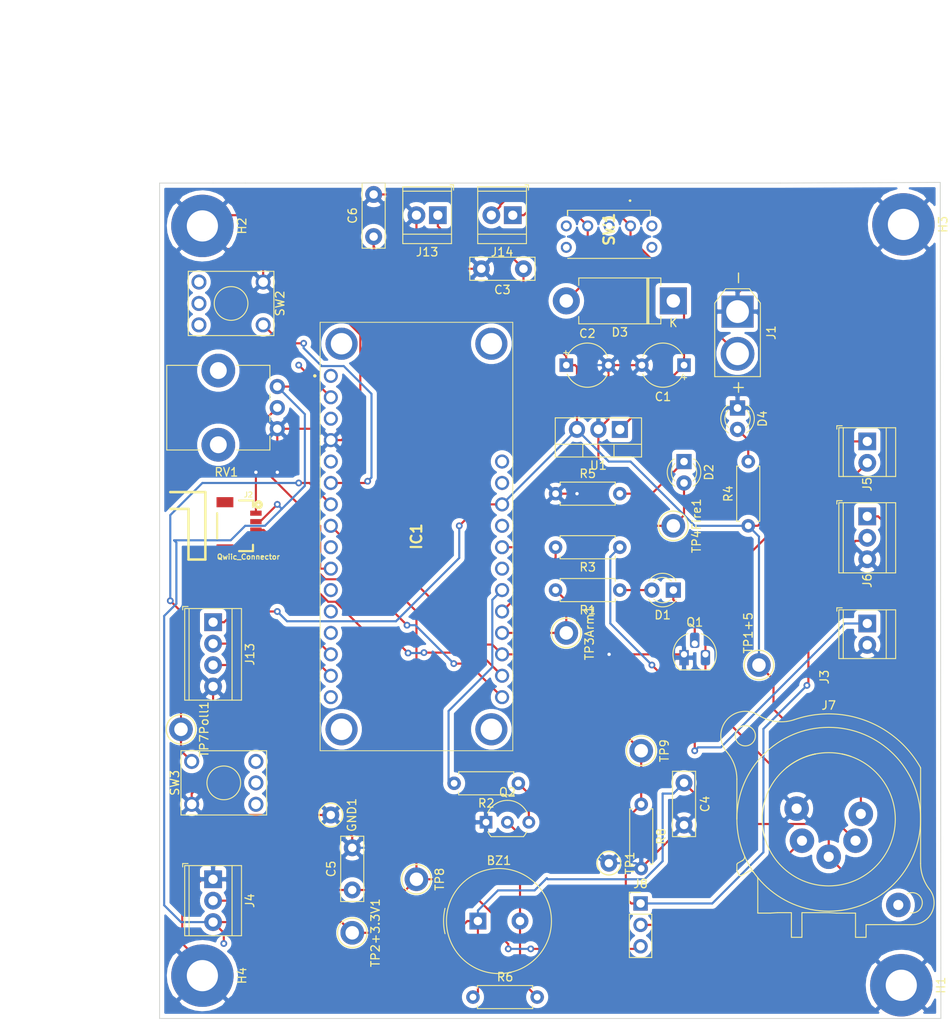
<source format=kicad_pcb>
(kicad_pcb (version 20171130) (host pcbnew "(5.1.4)-1")
  (layers (0 F.Cu signal) (31 B.Cu signal) (34 B.Paste user) (35 F.Paste user) (36 B.SilkS user) (37 F.SilkS user) (38 B.Mask user) (39 F.Mask user) (44 Edge.Cuts user))
  (net 0 "")
  (net 1 GND)
  (net 2 Buzzer)
  (net 3 "Net-(C1-Pad1)")
  (net 4 +5V)
  (net 5 +3V3)
  (net 6 AuxIn)
  (net 7 SensorIn)
  (net 8 "Net-(D1-Pad2)")
  (net 9 "Net-(D1-Pad1)")
  (net 10 Shutter)
  (net 11 "Net-(D2-Pad1)")
  (net 12 "Net-(D3-Pad2)")
  (net 13 "Net-(D4-Pad2)")
  (net 14 /~RST)
  (net 15 /AREF)
  (net 16 /A0)
  (net 17 Poll)
  (net 18 /A4)
  (net 19 /MISO)
  (net 20 /FREE)
  (net 21 ArmInd)
  (net 22 AuxOut)
  (net 23 "Net-(IC1-Pad6)")
  (net 24 /13)
  (net 25 /EN)
  (net 26 /VBAT)
  (net 27 +7.5V)
  (net 28 "Net-(J3-Pad1)")
  (net 29 "Net-(SW1-Pad2)")
  (net 30 "Net-(SW1-PadMH1)")
  (net 31 "Net-(SW1-PadMH2)")
  (net 32 "Net-(SW1-PadMH3)")
  (net 33 "Net-(SW1-PadMH4)")
  (net 34 Rx_serial)
  (net 35 Tx_serial)
  (net 36 SCL_qwiic)
  (net 37 SDA_qwiic)
  (net 38 Threshold)
  (net 39 /MOSI)
  (net 40 /SCK)
  (net 41 "Net-(BZ1-Pad2)")
  (net 42 ArmIn)
  (net 43 "Net-(Q2-Pad3)")
  (net 44 Laser)
  (net 45 "Net-(J7-Pad4)")
  (module SamacSys_Parts:Jack_XLR_Neutrik_NC5FAV-DA_Vertical (layer F.Cu) (at 168.3004 107.823)
    (fp_text reference J7 (at -3.81 -12.865) (layer F.SilkS))
    (fp_text value XLR5)
    (pad 3 thru_hole circle (at -3.81 5.08) (size 2.9 2.9) (drill 1.2) (layers *.Cu *.Mask) (net 5 +3V3))
    (pad 4 thru_hole circle (at -6.985 3.175) (size 2.9 2.9) (drill 1.2) (layers *.Cu *.Mask) (net 45 "Net-(J7-Pad4)"))
    (pad 5 thru_hole circle (at -7.62 -0.635) (size 2.9 2.9) (drill 1.2) (layers *.Cu *.Mask) (net 1 GND))
    (pad G thru_hole circle (at 4.445 10.795) (size 2.9 2.9) (drill 1.2) (layers *.Cu *.Mask))
    (pad 1 thru_hole circle (at 0 0) (size 2.9 2.9) (drill 1.2) (layers *.Cu *.Mask) (net 4 +5V))
    (pad 2 thru_hole circle (at -0.635 3.175) (size 2.9 2.9) (drill 1.2) (layers *.Cu *.Mask) (net 44 Laser))
  )
  (module Connector_PinHeader_2.54mm:PinHeader_1x03_P2.54mm_Vertical (layer F.Cu) (at 142.1638 118.4402)
    (fp_text reference J8 (at 0 -2.33) (layer F.SilkS))
    (fp_text value " ")
    (pad 3 thru_hole oval (at 0 5.08) (size 1.7 1.7) (drill 1) (layers *.Cu *.Mask) (net 6 AuxIn))
    (pad 2 thru_hole oval (at 0 2.54) (size 1.7 1.7) (drill 1) (layers *.Cu *.Mask) (net 45 "Net-(J7-Pad4)"))
    (pad 1 thru_hole rect (at 0 0) (size 1.7 1.7) (drill 1) (layers *.Cu *.Mask) (net 7 SensorIn))
  )
  (module Potentiometer_THT:Potentiometer_Alps_RK09K_Single_Vertical (layer F.Cu) (at 99.06 57.15 180)
    (fp_text reference RV1 (at 6.05 -10.15) (layer F.SilkS))
    (fp_text value 1K)
    (pad "" np_thru_hole circle (at 7 1.9 180) (size 4 4) (drill 2) (layers *.Cu *.Mask))
    (pad "" np_thru_hole circle (at 7 -6.9 180) (size 4 4) (drill 2) (layers *.Cu *.Mask))
    (pad 1 thru_hole circle (at 0 0 180) (size 1.8 1.8) (drill 1) (layers *.Cu *.Mask) (net 5 +3V3))
    (pad 2 thru_hole circle (at 0 -2.5 180) (size 1.8 1.8) (drill 1) (layers *.Cu *.Mask) (net 38 Threshold))
    (pad 3 thru_hole circle (at 0 -5 180) (size 1.8 1.8) (drill 1) (layers *.Cu *.Mask) (net 1 GND))
  )
  (module Connectors:1X04_1MM_RA_STRESSRELIEF (layer F.Cu) (at 96.52 73.66 270)
    (fp_text reference J2 (at -3.683 0.889) (layer F.SilkS) (effects (font (size 0.6096 0.6096) (thickness 0.127))))
    (fp_text value Qwiic_Connector (at 3.683 0.889) (layer F.SilkS) (effects (font (size 0.6096 0.6096) (thickness 0.127))))
    (pad NC2 smd rect (at -2.79908 3.67284 270) (size 1.19888 1.99898) (layers F.Cu F.Paste F.Mask))
    (pad NC1 smd rect (at 2.79908 3.67284 270) (size 1.19888 1.99898) (layers F.Cu F.Paste F.Mask))
    (pad 4 smd rect (at 1.4986 0 270) (size 0.59944 1.34874) (layers F.Cu F.Paste F.Mask) (net 36 SCL_qwiic))
    (pad 3 smd rect (at 0.49784 0 270) (size 0.59944 1.34874) (layers F.Cu F.Paste F.Mask) (net 37 SDA_qwiic))
    (pad 2 smd rect (at -0.49784 0 270) (size 0.59944 1.34874) (layers F.Cu F.Paste F.Mask) (net 5 +3V3))
    (pad 1 smd rect (at -1.4986 0 270) (size 0.59944 1.34874) (layers F.Cu F.Paste F.Mask) (net 1 GND))
  )
  (module TerminalBlock_TE-Connectivity:TerminalBlock_TE_282834-4_1x04_P2.54mm_Horizontal (layer F.Cu) (at 91.44 85.09 270)
    (fp_text reference J13 (at 3.81 -4.37 90) (layer F.SilkS))
    (fp_text value Serial)
    (pad 4 thru_hole circle (at 7.62 0 270) (size 2.1 2.1) (drill 1.1) (layers *.Cu *.Mask) (net 1 GND))
    (pad 3 thru_hole circle (at 5.08 0 270) (size 2.1 2.1) (drill 1.1) (layers *.Cu *.Mask) (net 35 Tx_serial))
    (pad 2 thru_hole circle (at 2.54 0 270) (size 2.1 2.1) (drill 1.1) (layers *.Cu *.Mask) (net 34 Rx_serial))
    (pad 1 thru_hole rect (at 0 0 270) (size 2.1 2.1) (drill 1.1) (layers *.Cu *.Mask) (net 4 +5V))
  )
  (module Package_TO_SOT_THT:TO-220-3_Vertical (layer F.Cu) (at 139.7 62.23 180)
    (fp_text reference U1 (at 2.54 -4.27) (layer F.SilkS))
    (fp_text value LM7805_TO220)
    (pad 3 thru_hole oval (at 5.08 0 180) (size 1.905 2) (drill 1.1) (layers *.Cu *.Mask) (net 4 +5V))
    (pad 2 thru_hole oval (at 2.54 0 180) (size 1.905 2) (drill 1.1) (layers *.Cu *.Mask) (net 1 GND))
    (pad 1 thru_hole rect (at 0 0 180) (size 1.905 2) (drill 1.1) (layers *.Cu *.Mask) (net 3 "Net-(C1-Pad1)"))
  )
  (module TestPoint:TestPoint_Keystone_5010-5014_Multipurpose (layer F.Cu) (at 87.63 97.79 270)
    (fp_text reference TP7Poll1 (at 0 -2.75 90) (layer F.SilkS))
    (fp_text value Poll)
    (pad 1 thru_hole circle (at 0 0 270) (size 2.8 2.8) (drill 1.6) (layers *.Cu *.Mask) (net 17 Poll))
  )
  (module TestPoint:TestPoint_Keystone_5010-5014_Multipurpose (layer F.Cu) (at 146.05 73.66 270)
    (fp_text reference TP4Fire1 (at 0 -2.75 90) (layer F.SilkS))
    (fp_text value Fire)
    (pad 1 thru_hole circle (at 0 0 270) (size 2.8 2.8) (drill 1.6) (layers *.Cu *.Mask) (net 10 Shutter))
  )
  (module TestPoint:TestPoint_Keystone_5010-5014_Multipurpose (layer F.Cu) (at 133.35 86.36 270)
    (fp_text reference TP3Arm1 (at 0 -2.75 90) (layer F.SilkS))
    (fp_text value Arm)
    (pad 1 thru_hole circle (at 0 0 270) (size 2.8 2.8) (drill 1.6) (layers *.Cu *.Mask) (net 21 ArmInd))
  )
  (module TestPoint:TestPoint_Keystone_5010-5014_Multipurpose (layer F.Cu) (at 107.95 121.92 270)
    (fp_text reference TP2+3.3V1 (at 0 -2.75 90) (layer F.SilkS))
    (fp_text value +3.3V)
    (pad 1 thru_hole circle (at 0 0 270) (size 2.8 2.8) (drill 1.6) (layers *.Cu *.Mask) (net 5 +3V3))
  )
  (module TestPoint:TestPoint_Keystone_5010-5014_Multipurpose (layer F.Cu) (at 156.21 90.17 270)
    (fp_text reference TP1+5 (at -3.81 1.27 90) (layer F.SilkS))
    (fp_text value +5V)
    (pad 1 thru_hole circle (at 0 0 270) (size 2.8 2.8) (drill 1.6) (layers *.Cu *.Mask) (net 4 +5V))
  )
  (module TestPoint:TestPoint_Keystone_5010-5014_Multipurpose (layer F.Cu) (at 142.24 100.33 270)
    (fp_text reference TP9 (at 0 -2.75 90) (layer F.SilkS))
    (fp_text value LowHighIn)
    (pad 1 thru_hole circle (at 0 0 270) (size 2.8 2.8) (drill 1.6) (layers *.Cu *.Mask) (net 7 SensorIn))
  )
  (module TestPoint:TestPoint_Keystone_5010-5014_Multipurpose (layer F.Cu) (at 115.57 115.57 270)
    (fp_text reference TP8 (at 0 -2.75 90) (layer F.SilkS))
    (fp_text value HighLowIn)
    (pad 1 thru_hole circle (at 0 0 270) (size 2.8 2.8) (drill 1.6) (layers *.Cu *.Mask) (net 6 AuxIn))
  )
  (module TestPoint:TestPoint_Keystone_5000-5004_Miniature (layer F.Cu) (at 138.4046 113.665 270)
    (fp_text reference TP1 (at 0 -2.5 90) (layer F.SilkS))
    (fp_text value Gnd)
    (pad 1 thru_hole circle (at 0 0 270) (size 2 2) (drill 1) (layers *.Cu *.Mask) (net 1 GND))
  )
  (module Button_Switch_THT:KSA_Tactile_SPST (layer F.Cu) (at 88.9 106.68 90)
    (fp_text reference SW3 (at 2.54 -2 90) (layer F.SilkS))
    (fp_text value SW_Poll)
    (pad 5 thru_hole circle (at 0 7.62 90) (size 1.778 1.778) (drill 1.143) (layers *.Cu *.Mask))
    (pad 4 thru_hole circle (at 2.54 7.62 90) (size 1.778 1.778) (drill 1.143) (layers *.Cu *.Mask))
    (pad 3 thru_hole circle (at 5.08 7.62 90) (size 1.778 1.778) (drill 1.143) (layers *.Cu *.Mask))
    (pad 2 thru_hole circle (at 5.08 0 90) (size 1.778 1.778) (drill 1.143) (layers *.Cu *.Mask) (net 17 Poll))
    (pad 1 thru_hole circle (at 0 0 90) (size 1.778 1.778) (drill 1.143) (layers *.Cu *.Mask) (net 1 GND))
  )
  (module CameraTriggerPCB:AS11CB (layer F.Cu) (at 140.97 38.1 270)
    (fp_text reference SW1 (at 0.4 2.54 90) (layer F.SilkS) (effects (font (size 1.27 1.27) (thickness 0.254))))
    (fp_text value AS11CB hide)
    (pad 1 thru_hole circle (at 0 0 270) (size 1.3 1.3) (drill 0.8) (layers *.Cu *.Mask) (net 27 +7.5V))
    (pad 2 thru_hole circle (at 0 2.54 270) (size 1.3 1.3) (drill 0.8) (layers *.Cu *.Mask) (net 29 "Net-(SW1-Pad2)"))
    (pad 3 thru_hole circle (at 0 5.08 270) (size 1.3 1.3) (drill 0.8) (layers *.Cu *.Mask) (net 12 "Net-(D3-Pad2)"))
    (pad MH1 thru_hole circle (at 0 -2.54 270) (size 1.3 1.3) (drill 0.8) (layers *.Cu *.Mask) (net 30 "Net-(SW1-PadMH1)"))
    (pad MH2 thru_hole circle (at 0 7.62 270) (size 1.3 1.3) (drill 0.8) (layers *.Cu *.Mask) (net 31 "Net-(SW1-PadMH2)"))
    (pad MH3 thru_hole circle (at 2.54 -2.54 270) (size 1.3 1.3) (drill 0.8) (layers *.Cu *.Mask) (net 32 "Net-(SW1-PadMH3)"))
    (pad MH4 thru_hole circle (at 2.54 7.62 270) (size 1.3 1.3) (drill 0.8) (layers *.Cu *.Mask) (net 33 "Net-(SW1-PadMH4)"))
  )
  (module Resistor_THT:R_Axial_DIN0207_L6.3mm_D2.5mm_P7.62mm_Horizontal (layer F.Cu) (at 142.24 106.68 270)
    (fp_text reference R8 (at 3.81 -2.37 90) (layer F.SilkS))
    (fp_text value 15K)
    (pad 2 thru_hole oval (at 7.62 0 270) (size 1.6 1.6) (drill 0.8) (layers *.Cu *.Mask) (net 1 GND))
    (pad 1 thru_hole circle (at 0 0 270) (size 1.6 1.6) (drill 0.8) (layers *.Cu *.Mask) (net 7 SensorIn))
  )
  (module Resistor_THT:R_Axial_DIN0207_L6.3mm_D2.5mm_P7.62mm_Horizontal (layer F.Cu) (at 132.08 69.85)
    (fp_text reference R5 (at 3.81 -2.37) (layer F.SilkS))
    (fp_text value 1K)
    (pad 2 thru_hole oval (at 7.62 0) (size 1.6 1.6) (drill 0.8) (layers *.Cu *.Mask) (net 11 "Net-(D2-Pad1)"))
    (pad 1 thru_hole circle (at 0 0) (size 1.6 1.6) (drill 0.8) (layers *.Cu *.Mask) (net 1 GND))
  )
  (module Resistor_THT:R_Axial_DIN0207_L6.3mm_D2.5mm_P7.62mm_Horizontal (layer F.Cu) (at 154.94 73.66 90)
    (fp_text reference R4 (at 3.81 -2.37 90) (layer F.SilkS))
    (fp_text value 220)
    (pad 2 thru_hole oval (at 7.62 0 90) (size 1.6 1.6) (drill 0.8) (layers *.Cu *.Mask) (net 13 "Net-(D4-Pad2)"))
    (pad 1 thru_hole circle (at 0 0 90) (size 1.6 1.6) (drill 0.8) (layers *.Cu *.Mask) (net 4 +5V))
  )
  (module Resistor_THT:R_Axial_DIN0207_L6.3mm_D2.5mm_P7.62mm_Horizontal (layer F.Cu) (at 139.7 76.2 180)
    (fp_text reference R3 (at 3.81 -2.37) (layer F.SilkS))
    (fp_text value 5K)
    (pad 2 thru_hole oval (at 7.62 0 180) (size 1.6 1.6) (drill 0.8) (layers *.Cu *.Mask) (net 22 AuxOut))
    (pad 1 thru_hole circle (at 0 0 180) (size 1.6 1.6) (drill 0.8) (layers *.Cu *.Mask) (net 28 "Net-(J3-Pad1)"))
  )
  (module Resistor_THT:R_Axial_DIN0207_L6.3mm_D2.5mm_P7.62mm_Horizontal (layer F.Cu) (at 139.7 81.28 180)
    (fp_text reference R1 (at 3.81 -2.37) (layer F.SilkS))
    (fp_text value 1K)
    (pad 2 thru_hole oval (at 7.62 0 180) (size 1.6 1.6) (drill 0.8) (layers *.Cu *.Mask) (net 21 ArmInd))
    (pad 1 thru_hole circle (at 0 0 180) (size 1.6 1.6) (drill 0.8) (layers *.Cu *.Mask) (net 8 "Net-(D1-Pad2)"))
  )
  (module TerminalBlock_TE-Connectivity:TerminalBlock_TE_282834-2_1x02_P2.54mm_Horizontal (layer F.Cu) (at 127 36.83 180)
    (fp_text reference J14 (at 1.27 -4.37) (layer F.SilkS))
    (fp_text value "Ext power switch")
    (pad 2 thru_hole circle (at 2.54 0 180) (size 2.1 2.1) (drill 1.1) (layers *.Cu *.Mask) (net 27 +7.5V))
    (pad 1 thru_hole rect (at 0 0 180) (size 2.1 2.1) (drill 1.1) (layers *.Cu *.Mask) (net 12 "Net-(D3-Pad2)"))
  )
  (module TerminalBlock_TE-Connectivity:TerminalBlock_TE_282834-2_1x02_P2.54mm_Horizontal (layer F.Cu) (at 118.11 36.83 180)
    (fp_text reference J13 (at 1.27 -4.37) (layer F.SilkS))
    (fp_text value "+5V Always on")
    (pad 2 thru_hole circle (at 2.54 0 180) (size 2.1 2.1) (drill 1.1) (layers *.Cu *.Mask) (net 1 GND))
    (pad 1 thru_hole rect (at 0 0 180) (size 2.1 2.1) (drill 1.1) (layers *.Cu *.Mask) (net 4 +5V))
  )
  (module TerminalBlock_TE-Connectivity:TerminalBlock_TE_282834-3_1x03_P2.54mm_Horizontal (layer F.Cu) (at 169.0624 72.5424 270)
    (fp_text reference J6 (at 7.62 0 90) (layer F.SilkS))
    (fp_text value Sensor)
    (pad 3 thru_hole circle (at 5.08 0 270) (size 2.1 2.1) (drill 1.1) (layers *.Cu *.Mask) (net 1 GND))
    (pad 2 thru_hole circle (at 2.54 0 270) (size 2.1 2.1) (drill 1.1) (layers *.Cu *.Mask) (net 7 SensorIn))
    (pad 1 thru_hole rect (at 0 0 270) (size 2.1 2.1) (drill 1.1) (layers *.Cu *.Mask) (net 5 +3V3))
  )
  (module TerminalBlock_TE-Connectivity:TerminalBlock_TE_282834-2_1x02_P2.54mm_Horizontal (layer F.Cu) (at 169.0624 63.6524 270)
    (fp_text reference J5 (at 5.08 0 90) (layer F.SilkS))
    (fp_text value Laser)
    (pad 2 thru_hole circle (at 2.54 0 270) (size 2.1 2.1) (drill 1.1) (layers *.Cu *.Mask) (net 44 Laser))
    (pad 1 thru_hole rect (at 0 0 270) (size 2.1 2.1) (drill 1.1) (layers *.Cu *.Mask) (net 4 +5V))
  )
  (module TerminalBlock_TE-Connectivity:TerminalBlock_TE_282834-3_1x03_P2.54mm_Horizontal (layer F.Cu) (at 91.44 115.57 270)
    (fp_text reference J4 (at 2.54 -4.37 90) (layer F.SilkS))
    (fp_text value HighLowIn)
    (pad 3 thru_hole circle (at 5.08 0 270) (size 2.1 2.1) (drill 1.1) (layers *.Cu *.Mask) (net 5 +3V3))
    (pad 2 thru_hole circle (at 2.54 0 270) (size 2.1 2.1) (drill 1.1) (layers *.Cu *.Mask) (net 6 AuxIn))
    (pad 1 thru_hole rect (at 0 0 270) (size 2.1 2.1) (drill 1.1) (layers *.Cu *.Mask) (net 1 GND))
  )
  (module TerminalBlock_TE-Connectivity:TerminalBlock_TE_282834-2_1x02_P2.54mm_Horizontal (layer F.Cu) (at 169.0624 85.2424 270)
    (fp_text reference J3 (at 6.35 5.08 90) (layer F.SilkS))
    (fp_text value "Aux out")
    (pad 2 thru_hole circle (at 2.54 0 270) (size 2.1 2.1) (drill 1.1) (layers *.Cu *.Mask) (net 1 GND))
    (pad 1 thru_hole rect (at 0 0 270) (size 2.1 2.1) (drill 1.1) (layers *.Cu *.Mask) (net 28 "Net-(J3-Pad1)"))
  )
  (module Connector_AMASS:AMASS_XT30U-F_1x02_P5.0mm_Vertical (layer F.Cu) (at 153.67 48.26 270)
    (fp_text reference J1 (at 2.5 -4 90) (layer F.SilkS))
    (fp_text value Power)
    (fp_text user - (at -4 0 90) (layer F.SilkS) (effects (font (size 1.5 1.5))))
    (fp_text user + (at 9 0 90) (layer F.SilkS) (effects (font (size 1.5 1.5))))
    (pad 2 thru_hole circle (at 5 0 270) (size 4 4) (drill 2.7) (layers *.Cu *.Mask) (net 27 +7.5V))
    (pad 1 thru_hole rect (at 0 0 270) (size 3.8 3.8) (drill 2.7) (layers *.Cu *.Mask) (net 1 GND))
  )
  (module MountingHole:MountingHole_3.7mm_Pad (layer F.Cu) (at 90.17 127 270)
    (fp_text reference H4 (at 0 -4.7 90) (layer F.SilkS))
    (fp_text value " ")
    (pad 1 thru_hole circle (at 0 0 270) (size 7.4 7.4) (drill 3.7) (layers *.Cu *.Mask) (net 1 GND))
  )
  (module MountingHole:MountingHole_3.7mm_Pad (layer F.Cu) (at 173.355 37.9222 270)
    (fp_text reference H3 (at 0 -4.7 90) (layer F.SilkS))
    (fp_text value " ")
    (pad 1 thru_hole circle (at 0 0 270) (size 7.4 7.4) (drill 3.7) (layers *.Cu *.Mask) (net 1 GND))
  )
  (module MountingHole:MountingHole_3.7mm_Pad (layer F.Cu) (at 90.17 38.1 270)
    (fp_text reference H2 (at 0 -4.7 90) (layer F.SilkS))
    (fp_text value " ")
    (pad 1 thru_hole circle (at 0 0 270) (size 7.4 7.4) (drill 3.7) (layers *.Cu *.Mask) (net 1 GND))
  )
  (module MountingHole:MountingHole_3.7mm_Pad (layer F.Cu) (at 173.101 128.143 270)
    (fp_text reference H1 (at 0 -4.7 90) (layer F.SilkS))
    (fp_text value " ")
    (pad 1 thru_hole circle (at 0 0 270) (size 7.4 7.4) (drill 3.7) (layers *.Cu *.Mask) (net 1 GND))
  )
  (module TestPoint:TestPoint_Keystone_5000-5004_Miniature (layer F.Cu) (at 105.41 107.95 270)
    (fp_text reference GND1 (at 0 -2.5 90) (layer F.SilkS))
    (fp_text value Gnd)
    (pad 1 thru_hole circle (at 0 0 270) (size 2 2) (drill 1) (layers *.Cu *.Mask) (net 1 GND))
  )
  (module LED_THT:LED_D3.0mm (layer F.Cu) (at 153.67 59.69 270)
    (fp_text reference D4 (at 1.27 -2.96 90) (layer F.SilkS))
    (fp_text value PWR)
    (pad 2 thru_hole circle (at 2.54 0 270) (size 1.8 1.8) (drill 0.9) (layers *.Cu *.Mask) (net 13 "Net-(D4-Pad2)"))
    (pad 1 thru_hole rect (at 0 0 270) (size 1.8 1.8) (drill 0.9) (layers *.Cu *.Mask) (net 1 GND))
  )
  (module Diode_THT:D_DO-201AD_P12.70mm_Horizontal (layer F.Cu) (at 146.05 46.99 180)
    (fp_text reference D3 (at 6.35 -3.72) (layer F.SilkS))
    (fp_text value D)
    (fp_text user K (at 0 -2.6) (layer F.SilkS))
    (pad 2 thru_hole oval (at 12.7 0 180) (size 3.2 3.2) (drill 1.6) (layers *.Cu *.Mask) (net 12 "Net-(D3-Pad2)"))
    (pad 1 thru_hole rect (at 0 0 180) (size 3.2 3.2) (drill 1.6) (layers *.Cu *.Mask) (net 3 "Net-(C1-Pad1)"))
  )
  (module LED_THT:LED_D3.0mm (layer F.Cu) (at 147.32 66.04 270)
    (fp_text reference D2 (at 1.27 -2.96 90) (layer F.SilkS))
    (fp_text value "LED Trig")
    (pad 2 thru_hole circle (at 2.54 0 270) (size 1.8 1.8) (drill 0.9) (layers *.Cu *.Mask) (net 10 Shutter))
    (pad 1 thru_hole rect (at 0 0 270) (size 1.8 1.8) (drill 0.9) (layers *.Cu *.Mask) (net 11 "Net-(D2-Pad1)"))
  )
  (module LED_THT:LED_D3.0mm (layer F.Cu) (at 146.05 81.28 180)
    (fp_text reference D1 (at 1.27 -2.96) (layer F.SilkS))
    (fp_text value "LED Arm")
    (pad 2 thru_hole circle (at 2.54 0 180) (size 1.8 1.8) (drill 0.9) (layers *.Cu *.Mask) (net 8 "Net-(D1-Pad2)"))
    (pad 1 thru_hole rect (at 0 0 180) (size 1.8 1.8) (drill 0.9) (layers *.Cu *.Mask) (net 9 "Net-(D1-Pad1)"))
  )
  (module Capacitor_THT:C_Disc_D7.5mm_W2.5mm_P5.00mm (layer F.Cu) (at 110.49 39.37 90)
    (fp_text reference C6 (at 2.5 -2.5 90) (layer F.SilkS))
    (fp_text value "0.01 μF")
    (pad 2 thru_hole circle (at 5 0 90) (size 2 2) (drill 1) (layers *.Cu *.Mask) (net 1 GND))
    (pad 1 thru_hole circle (at 0 0 90) (size 2 2) (drill 1) (layers *.Cu *.Mask) (net 7 SensorIn))
  )
  (module Capacitor_THT:C_Disc_D7.5mm_W2.5mm_P5.00mm (layer F.Cu) (at 107.95 116.84 90)
    (fp_text reference C5 (at 2.5 -2.5 90) (layer F.SilkS))
    (fp_text value "0.01 μF")
    (pad 2 thru_hole circle (at 5 0 90) (size 2 2) (drill 1) (layers *.Cu *.Mask) (net 1 GND))
    (pad 1 thru_hole circle (at 0 0 90) (size 2 2) (drill 1) (layers *.Cu *.Mask) (net 6 AuxIn))
  )
  (module Capacitor_THT:C_Disc_D7.5mm_W2.5mm_P5.00mm (layer F.Cu) (at 147.32 104.14 270)
    (fp_text reference C4 (at 2.5 -2.5 90) (layer F.SilkS))
    (fp_text value "0.01 μF")
    (pad 2 thru_hole circle (at 5 0 270) (size 2 2) (drill 1) (layers *.Cu *.Mask) (net 1 GND))
    (pad 1 thru_hole circle (at 0 0 270) (size 2 2) (drill 1) (layers *.Cu *.Mask) (net 5 +3V3))
  )
  (module Capacitor_THT:C_Disc_D7.5mm_W2.5mm_P5.00mm (layer F.Cu) (at 128.27 43.18 180)
    (fp_text reference C3 (at 2.5 -2.5) (layer F.SilkS))
    (fp_text value "0.01 μF")
    (pad 2 thru_hole circle (at 5 0 180) (size 2 2) (drill 1) (layers *.Cu *.Mask) (net 1 GND))
    (pad 1 thru_hole circle (at 0 0 180) (size 2 2) (drill 1) (layers *.Cu *.Mask) (net 4 +5V))
  )
  (module Capacitor_THT:CP_Radial_Tantal_D5.0mm_P5.00mm (layer F.Cu) (at 133.35 54.61)
    (fp_text reference C2 (at 2.5 -3.75) (layer F.SilkS))
    (fp_text value 0.1uf)
    (pad 2 thru_hole circle (at 5 0) (size 1.6 1.6) (drill 0.8) (layers *.Cu *.Mask) (net 1 GND))
    (pad 1 thru_hole rect (at 0 0) (size 1.6 1.6) (drill 0.8) (layers *.Cu *.Mask) (net 4 +5V))
  )
  (module Capacitor_THT:CP_Radial_Tantal_D5.0mm_P5.00mm (layer F.Cu) (at 147.32 54.61 180)
    (fp_text reference C1 (at 2.5 -3.75) (layer F.SilkS))
    (fp_text value 25uf)
    (pad 2 thru_hole circle (at 5 0 180) (size 1.6 1.6) (drill 0.8) (layers *.Cu *.Mask) (net 1 GND))
    (pad 1 thru_hole rect (at 0 0 180) (size 1.6 1.6) (drill 0.8) (layers *.Cu *.Mask) (net 3 "Net-(C1-Pad1)"))
  )
  (module Buzzer_Beeper:Buzzer_TDK_PS1240P02BT_D12.2mm_H6.5mm (layer F.Cu) (at 122.8598 120.523)
    (fp_text reference BZ1 (at 2.5 -7.17) (layer F.SilkS))
    (fp_text value Buzzer)
    (pad 2 thru_hole circle (at 5 0) (size 2 2) (drill 1) (layers *.Cu *.Mask) (net 41 "Net-(BZ1-Pad2)"))
    (pad 1 thru_hole rect (at 0 0) (size 2 2) (drill 1) (layers *.Cu *.Mask) (net 5 +3V3))
  )
  (module 3178 (layer F.Cu) (at 105.41 55.88 270)
    (fp_text reference IC1 (at 19.05 -10.16 90) (layer F.SilkS) (effects (font (size 1.27 1.27) (thickness 0.254))))
    (fp_text value 3178 hide)
    (pad 1 thru_hole circle (at 10.16 -20.32 270) (size 1.665 1.665) (drill 1.11) (layers *.Cu *.Mask) (net 26 /VBAT))
    (pad 2 thru_hole circle (at 12.7 -20.32 270) (size 1.665 1.665) (drill 1.11) (layers *.Cu *.Mask) (net 25 /EN))
    (pad 3 thru_hole circle (at 15.24 -20.32 270) (size 1.665 1.665) (drill 1.11) (layers *.Cu *.Mask) (net 4 +5V))
    (pad 4 thru_hole circle (at 17.78 -20.32 270) (size 1.665 1.665) (drill 1.11) (layers *.Cu *.Mask) (net 24 /13))
    (pad 5 thru_hole circle (at 20.32 -20.32 270) (size 1.665 1.665) (drill 1.11) (layers *.Cu *.Mask) (net 10 Shutter))
    (pad 6 thru_hole circle (at 22.86 -20.32 270) (size 1.665 1.665) (drill 1.11) (layers *.Cu *.Mask) (net 23 "Net-(IC1-Pad6)"))
    (pad 7 thru_hole circle (at 25.4 -20.32 270) (size 1.665 1.665) (drill 1.11) (layers *.Cu *.Mask) (net 2 Buzzer))
    (pad 8 thru_hole circle (at 27.94 -20.32 270) (size 1.665 1.665) (drill 1.11) (layers *.Cu *.Mask) (net 22 AuxOut))
    (pad 9 thru_hole circle (at 30.48 -20.32 270) (size 1.665 1.665) (drill 1.11) (layers *.Cu *.Mask) (net 21 ArmInd))
    (pad 10 thru_hole circle (at 33.02 -20.32 270) (size 1.665 1.665) (drill 1.11) (layers *.Cu *.Mask) (net 7 SensorIn))
    (pad 11 thru_hole circle (at 35.56 -20.32 270) (size 1.665 1.665) (drill 1.11) (layers *.Cu *.Mask) (net 36 SCL_qwiic))
    (pad 12 thru_hole circle (at 38.1 -20.32 270) (size 1.665 1.665) (drill 1.11) (layers *.Cu *.Mask) (net 37 SDA_qwiic))
    (pad 13 thru_hole circle (at 38.1 0 270) (size 1.665 1.665) (drill 1.11) (layers *.Cu *.Mask) (net 20 /FREE))
    (pad 14 thru_hole circle (at 35.56 0 270) (size 1.665 1.665) (drill 1.11) (layers *.Cu *.Mask) (net 35 Tx_serial))
    (pad 15 thru_hole circle (at 33.02 0 270) (size 1.665 1.665) (drill 1.11) (layers *.Cu *.Mask) (net 34 Rx_serial))
    (pad 16 thru_hole circle (at 30.48 0 270) (size 1.665 1.665) (drill 1.11) (layers *.Cu *.Mask) (net 19 /MISO))
    (pad 17 thru_hole circle (at 27.94 0 270) (size 1.665 1.665) (drill 1.11) (layers *.Cu *.Mask) (net 39 /MOSI))
    (pad 18 thru_hole circle (at 25.4 0 270) (size 1.665 1.665) (drill 1.11) (layers *.Cu *.Mask) (net 40 /SCK))
    (pad 19 thru_hole circle (at 22.86 0 270) (size 1.665 1.665) (drill 1.11) (layers *.Cu *.Mask) (net 38 Threshold))
    (pad 20 thru_hole circle (at 20.32 0 270) (size 1.665 1.665) (drill 1.11) (layers *.Cu *.Mask) (net 18 /A4))
    (pad 21 thru_hole circle (at 17.78 0 270) (size 1.665 1.665) (drill 1.11) (layers *.Cu *.Mask) (net 6 AuxIn))
    (pad 22 thru_hole circle (at 15.24 0 270) (size 1.665 1.665) (drill 1.11) (layers *.Cu *.Mask) (net 17 Poll))
    (pad 23 thru_hole circle (at 12.7 0 270) (size 1.665 1.665) (drill 1.11) (layers *.Cu *.Mask) (net 42 ArmIn))
    (pad 24 thru_hole circle (at 10.16 0 270) (size 1.665 1.665) (drill 1.11) (layers *.Cu *.Mask) (net 16 /A0))
    (pad 25 thru_hole circle (at 7.62 0 270) (size 1.665 1.665) (drill 1.11) (layers *.Cu *.Mask) (net 1 GND))
    (pad 26 thru_hole circle (at 5.08 0 270) (size 1.665 1.665) (drill 1.11) (layers *.Cu *.Mask) (net 15 /AREF))
    (pad 27 thru_hole circle (at 2.54 0 270) (size 1.665 1.665) (drill 1.11) (layers *.Cu *.Mask) (net 5 +3V3))
    (pad 28 thru_hole circle (at 0 0 270) (size 1.665 1.665) (drill 1.11) (layers *.Cu *.Mask) (net 14 /~RST))
    (pad MH1 thru_hole circle (at -3.81 -1.27 270) (size 3.81 3.81) (drill 2.54) (layers *.Cu *.Mask))
    (pad MH2 thru_hole circle (at -3.81 -19.05 270) (size 3.81 3.81) (drill 2.54) (layers *.Cu *.Mask))
    (pad MH3 thru_hole circle (at 41.91 -1.27 270) (size 3.81 3.81) (drill 2.54) (layers *.Cu *.Mask))
    (pad MH4 thru_hole circle (at 41.91 -19.05 270) (size 3.81 3.81) (drill 2.54) (layers *.Cu *.Mask))
  )
  (module Package_TO_SOT_THT:TO-92L_HandSolder (layer F.Cu) (at 147.32 88.9)
    (fp_text reference Q1 (at 1.27 -3.8) (layer F.SilkS))
    (fp_text value PN2222A)
    (pad 2 thru_hole roundrect (at 1.27 -1.27) (size 1.1 1.8) (drill 0.75 (offset 0 -0.4)) (layers *.Cu *.Mask) (net 9 "Net-(D1-Pad1)"))
    (pad 3 thru_hole roundrect (at 2.54 0) (size 1.1 1.8) (drill 0.75 (offset 0 0.4)) (layers *.Cu *.Mask) (net 44 Laser))
    (pad 1 thru_hole rect (at 0 0) (size 1.1 1.8) (drill 0.75 (offset 0 0.4)) (layers *.Cu *.Mask) (net 1 GND))
  )
  (module Package_TO_SOT_THT:TO-92L_Inline_Wide (layer F.Cu) (at 123.825 108.8136)
    (fp_text reference Q2 (at 2.54 -3.56) (layer F.SilkS))
    (fp_text value KSC1815YTA)
    (pad 2 thru_hole circle (at 2.54 0 90) (size 1.5 1.5) (drill 0.8) (layers *.Cu *.Mask) (net 41 "Net-(BZ1-Pad2)"))
    (pad 3 thru_hole circle (at 5.08 0 90) (size 1.5 1.5) (drill 0.8) (layers *.Cu *.Mask) (net 43 "Net-(Q2-Pad3)"))
    (pad 1 thru_hole rect (at 0 0 90) (size 1.5 1.5) (drill 0.8) (layers *.Cu *.Mask) (net 1 GND))
  )
  (module Resistor_THT:R_Axial_DIN0207_L6.3mm_D2.5mm_P7.62mm_Horizontal (layer F.Cu) (at 127.6604 104.1908 180)
    (fp_text reference R2 (at 3.81 -2.37) (layer F.SilkS))
    (fp_text value 1K)
    (pad 1 thru_hole circle (at 0 0 180) (size 1.6 1.6) (drill 0.8) (layers *.Cu *.Mask) (net 43 "Net-(Q2-Pad3)"))
    (pad 2 thru_hole oval (at 7.62 0 180) (size 1.6 1.6) (drill 0.8) (layers *.Cu *.Mask) (net 2 Buzzer))
  )
  (module Resistor_THT:R_Axial_DIN0207_L6.3mm_D2.5mm_P7.62mm_Horizontal (layer F.Cu) (at 122.2756 129.54)
    (fp_text reference R6 (at 3.81 -2.37) (layer F.SilkS))
    (fp_text value 1K)
    (pad 2 thru_hole oval (at 7.62 0) (size 1.6 1.6) (drill 0.8) (layers *.Cu *.Mask) (net 41 "Net-(BZ1-Pad2)"))
    (pad 1 thru_hole circle (at 0 0) (size 1.6 1.6) (drill 0.8) (layers *.Cu *.Mask) (net 5 +3V3))
  )
  (module Button_Switch_THT:KSA_Tactile_SPST (layer F.Cu) (at 97.3836 44.7548 270)
    (fp_text reference SW2 (at 2.54 -2 90) (layer F.SilkS))
    (fp_text value SW_Arm)
    (pad 1 thru_hole circle (at 0 0 270) (size 1.778 1.778) (drill 1.143) (layers *.Cu *.Mask) (net 1 GND))
    (pad 2 thru_hole circle (at 5.08 0 270) (size 1.778 1.778) (drill 1.143) (layers *.Cu *.Mask) (net 42 ArmIn))
    (pad 3 thru_hole circle (at 5.08 7.62 270) (size 1.778 1.778) (drill 1.143) (layers *.Cu *.Mask))
    (pad 4 thru_hole circle (at 2.54 7.62 270) (size 1.778 1.778) (drill 1.143) (layers *.Cu *.Mask))
    (pad 5 thru_hole circle (at 0 7.62 270) (size 1.778 1.778) (drill 1.143) (layers *.Cu *.Mask))
  )
  (gr_line (start 85.09 132.08) (end 177.8 132.08) (layer Edge.Cuts) (width 0.1))
  (gr_line (start 177.7238 32.9438) (end 158.75 33.02) (layer Edge.Cuts) (width 0.1))
  (gr_line (start 177.8 132.08) (end 177.7238 32.9438) (layer Edge.Cuts) (width 0.1))
  (gr_line (start 85.09 33.02) (end 91.44 33.02) (layer Edge.Cuts) (width 0.1))
  (gr_line (start 85.09 132.08) (end 85.09 33.02) (layer Edge.Cuts) (width 0.1))
  (gr_line (start 91.44 33.02) (end 95.25 33.02) (layer Edge.Cuts) (width 0.1))
  (gr_line (start 158.75 33.02) (end 95.25 33.02) (layer Edge.Cuts) (width 0.1))
  (via (at 161.8996 92.583) (size 0.8) (drill 0.4) (layers F.Cu B.Cu) (net 7))
  (via (at 126.4666 123.825) (size 0.8) (drill 0.4) (layers F.Cu B.Cu) (net 6))
  (via (at 129.1336 123.825) (size 0.8) (drill 0.4) (layers F.Cu B.Cu) (net 6))
  (via (at 96.52 67.31) (size 0.8) (drill 0.4) (layers F.Cu B.Cu) (net 1))
  (via (at 99.06 67.31) (size 0.8) (drill 0.4) (layers F.Cu B.Cu) (net 1))
  (segment (start 104.06 62.15) (end 105.41 63.5) (width 0.25) (layer F.Cu) (net 1))
  (segment (start 99.06 62.15) (end 104.06 62.15) (width 0.25) (layer F.Cu) (net 1))
  (segment (start 107.95 110.49) (end 107.95 111.84) (width 0.25) (layer F.Cu) (net 1))
  (segment (start 105.41 107.95) (end 107.95 110.49) (width 0.25) (layer F.Cu) (net 1))
  (segment (start 88.9 124.30741) (end 87.78259 123.19) (width 0.25) (layer F.Cu) (net 1))
  (segment (start 88.9 129.54) (end 88.9 124.30741) (width 0.25) (layer F.Cu) (net 1))
  (segment (start 90.14 115.57) (end 91.44 115.57) (width 0.25) (layer F.Cu) (net 1))
  (segment (start 87.78259 117.92741) (end 90.14 115.57) (width 0.25) (layer F.Cu) (net 1))
  (segment (start 87.78259 123.19) (end 87.78259 117.92741) (width 0.25) (layer F.Cu) (net 1))
  (segment (start 88.9 36.83) (end 108.03 36.83) (width 0.25) (layer F.Cu) (net 1))
  (segment (start 138.35 54.61) (end 142.32 54.61) (width 0.25) (layer F.Cu) (net 1))
  (segment (start 138.35 61.04) (end 137.16 62.23) (width 0.25) (layer F.Cu) (net 1))
  (segment (start 138.35 54.61) (end 138.35 61.04) (width 0.25) (layer F.Cu) (net 1))
  (segment (start 147.32 88.9) (end 138.43 88.9) (width 0.25) (layer F.Cu) (net 1))
  (segment (start 132.08 69.85) (end 134.62 69.85) (width 0.25) (layer F.Cu) (net 1))
  (segment (start 137.16 67.31) (end 137.16 62.23) (width 0.25) (layer F.Cu) (net 1))
  (segment (start 134.62 69.85) (end 137.16 67.31) (width 0.25) (layer F.Cu) (net 1))
  (segment (start 113.11 34.37) (end 115.57 36.83) (width 0.25) (layer F.Cu) (net 1))
  (segment (start 110.49 34.37) (end 113.11 34.37) (width 0.25) (layer F.Cu) (net 1))
  (segment (start 115.57 36.83) (end 115.57 41.91) (width 0.25) (layer F.Cu) (net 1))
  (segment (start 116.84 43.18) (end 123.27 43.18) (width 0.25) (layer F.Cu) (net 1))
  (segment (start 115.57 41.91) (end 116.84 43.18) (width 0.25) (layer F.Cu) (net 1))
  (segment (start 142.24 114.22) (end 142.24 114.3) (width 0.25) (layer F.Cu) (net 1))
  (segment (start 147.32 109.14) (end 142.24 114.22) (width 0.25) (layer F.Cu) (net 1))
  (segment (start 106.68 63.5) (end 108.910001 61.269999) (width 0.25) (layer F.Cu) (net 1))
  (segment (start 105.41 63.5) (end 106.68 63.5) (width 0.25) (layer F.Cu) (net 1))
  (segment (start 108.910001 61.269999) (end 108.910001 50.999599) (width 0.25) (layer F.Cu) (net 1))
  (segment (start 108.910001 50.999599) (end 107.750401 49.839999) (width 0.25) (layer F.Cu) (net 1))
  (segment (start 148.645001 107.814999) (end 148.645001 102.925001) (width 0.25) (layer B.Cu) (net 1))
  (segment (start 147.32 101.6) (end 147.32 88.9) (width 0.25) (layer B.Cu) (net 1))
  (segment (start 148.645001 102.925001) (end 147.32 101.6) (width 0.25) (layer B.Cu) (net 1))
  (segment (start 147.4 59.69) (end 153.67 59.69) (width 0.25) (layer B.Cu) (net 1))
  (segment (start 142.32 54.61) (end 147.4 59.69) (width 0.25) (layer B.Cu) (net 1))
  (segment (start 138.35 54.61) (end 135.89 54.61) (width 0.25) (layer B.Cu) (net 1))
  (segment (start 124.269999 44.179999) (end 123.27 43.18) (width 0.25) (layer B.Cu) (net 1))
  (segment (start 125.459999 44.179999) (end 124.269999 44.179999) (width 0.25) (layer B.Cu) (net 1))
  (segment (start 135.89 54.61) (end 125.459999 44.179999) (width 0.25) (layer B.Cu) (net 1))
  (segment (start 91.44 102.87) (end 91.44 92.71) (width 0.25) (layer F.Cu) (net 1))
  (segment (start 138.43 88.9) (end 138.43 88.9) (width 0.25) (layer F.Cu) (net 1))
  (via (at 138.43 88.9) (size 0.8) (drill 0.4) (layers F.Cu B.Cu) (net 1))
  (segment (start 134.62 69.85) (end 134.62 69.85) (width 0.25) (layer F.Cu) (net 1))
  (via (at 134.62 69.85) (size 0.8) (drill 0.4) (layers F.Cu B.Cu) (net 1))
  (segment (start 134.62 85.09) (end 138.43 88.9) (width 0.25) (layer B.Cu) (net 1))
  (segment (start 134.62 69.85) (end 134.62 85.09) (width 0.25) (layer B.Cu) (net 1))
  (segment (start 96.52 67.31) (end 99.06 67.31) (width 0.25) (layer B.Cu) (net 1))
  (segment (start 99.06 67.31) (end 99.06 62.15) (width 0.25) (layer F.Cu) (net 1))
  (segment (start 96.52 72.1614) (end 96.52 67.31) (width 0.25) (layer F.Cu) (net 1))
  (segment (start 155.82 48.26) (end 153.67 48.26) (width 0.25) (layer B.Cu) (net 1))
  (segment (start 156.21 48.65) (end 155.82 48.26) (width 0.25) (layer B.Cu) (net 1))
  (segment (start 156.21 59.69) (end 156.21 48.65) (width 0.25) (layer B.Cu) (net 1))
  (segment (start 153.67 59.69) (end 156.21 59.69) (width 0.25) (layer B.Cu) (net 1))
  (segment (start 88.9 106.68) (end 88.9 105.41) (width 0.25) (layer F.Cu) (net 1))
  (segment (start 88.9 105.41) (end 91.44 102.87) (width 0.25) (layer F.Cu) (net 1))
  (segment (start 91.44 102.87) (end 91.44 109.22) (width 0.25) (layer F.Cu) (net 1))
  (segment (start 92.71 107.95) (end 105.41 107.95) (width 0.25) (layer F.Cu) (net 1))
  (segment (start 91.44 109.22) (end 92.71 107.95) (width 0.25) (layer F.Cu) (net 1))
  (segment (start 91.44 109.22) (end 91.44 115.57) (width 0.25) (layer F.Cu) (net 1))
  (segment (start 107.750401 37.109599) (end 108.117 36.743) (width 0.25) (layer F.Cu) (net 1))
  (segment (start 107.750401 49.839999) (end 107.750401 37.109599) (width 0.25) (layer F.Cu) (net 1))
  (segment (start 108.03 36.83) (end 108.117 36.743) (width 0.25) (layer F.Cu) (net 1))
  (segment (start 108.117 36.743) (end 110.49 34.37) (width 0.25) (layer F.Cu) (net 1))
  (segment (start 92.9132 40.8432) (end 95.6564 40.8432) (width 0.25) (layer F.Cu) (net 1))
  (segment (start 92.9132 40.8432) (end 88.9 36.83) (width 0.25) (layer F.Cu) (net 1))
  (segment (start 93.019999 40.949999) (end 92.9132 40.8432) (width 0.25) (layer F.Cu) (net 1))
  (segment (start 97.3836 42.5704) (end 97.3836 44.7548) (width 0.25) (layer F.Cu) (net 1))
  (segment (start 95.6564 40.8432) (end 97.3836 42.5704) (width 0.25) (layer F.Cu) (net 1))
  (segment (start 120.3922 111.84) (end 120.57 111.84) (width 0.25) (layer B.Cu) (net 1))
  (segment (start 107.95 111.84) (end 120.3922 111.84) (width 0.25) (layer B.Cu) (net 1))
  (segment (start 123.825 109.8136) (end 123.825 108.8136) (width 0.25) (layer B.Cu) (net 1))
  (segment (start 121.7986 111.84) (end 123.825 109.8136) (width 0.25) (layer B.Cu) (net 1))
  (segment (start 120.3922 111.84) (end 121.7986 111.84) (width 0.25) (layer B.Cu) (net 1))
  (segment (start 123.825 109.8136) (end 126.4064 112.395) (width 0.25) (layer B.Cu) (net 1))
  (segment (start 126.4064 112.395) (end 136.4996 112.395) (width 0.25) (layer B.Cu) (net 1))
  (segment (start 136.4996 112.395) (end 137.6172 113.5126) (width 0.25) (layer B.Cu) (net 1))
  (segment (start 141.605 113.665) (end 142.24 114.3) (width 0.25) (layer B.Cu) (net 1))
  (segment (start 138.4046 113.665) (end 141.605 113.665) (width 0.25) (layer B.Cu) (net 1))
  (segment (start 153.67 46.11) (end 155.1178 44.6622) (width 0.25) (layer F.Cu) (net 1))
  (segment (start 153.67 48.26) (end 153.67 46.11) (width 0.25) (layer F.Cu) (net 1))
  (segment (start 166.615 44.6622) (end 173.355 37.9222) (width 0.25) (layer F.Cu) (net 1))
  (segment (start 155.1178 44.6622) (end 166.615 44.6622) (width 0.25) (layer F.Cu) (net 1))
  (segment (start 124.572499 82.437501) (end 124.572499 90.427501) (width 0.25) (layer B.Cu) (net 2))
  (segment (start 125.73 81.28) (end 124.572499 82.437501) (width 0.25) (layer B.Cu) (net 2))
  (segment (start 119.38 95.62) (end 119.38 104.14) (width 0.25) (layer B.Cu) (net 2))
  (segment (start 124.572499 90.427501) (end 119.38 95.62) (width 0.25) (layer B.Cu) (net 2))
  (segment (start 147.32 48.26) (end 146.05 46.99) (width 0.25) (layer F.Cu) (net 3))
  (segment (start 147.32 54.61) (end 147.32 48.26) (width 0.25) (layer F.Cu) (net 3))
  (segment (start 139.7 62.23) (end 147.32 54.61) (width 0.25) (layer F.Cu) (net 3))
  (via (at 120.65 73.66) (size 0.8) (drill 0.4) (layers F.Cu B.Cu) (net 4))
  (segment (start 134.4 54.61) (end 133.35 54.61) (width 0.25) (layer F.Cu) (net 4))
  (segment (start 134.62 54.83) (end 134.4 54.61) (width 0.25) (layer F.Cu) (net 4))
  (segment (start 134.62 62.23) (end 134.62 54.83) (width 0.25) (layer F.Cu) (net 4))
  (segment (start 128.27 44.594213) (end 128.27 43.18) (width 0.25) (layer F.Cu) (net 4))
  (segment (start 128.27 48.48) (end 128.27 44.594213) (width 0.25) (layer F.Cu) (net 4))
  (segment (start 133.35 53.56) (end 128.27 48.48) (width 0.25) (layer F.Cu) (net 4))
  (segment (start 133.35 54.61) (end 133.35 53.56) (width 0.25) (layer F.Cu) (net 4))
  (segment (start 118.11 38.13) (end 118.11 36.83) (width 0.25) (layer F.Cu) (net 4))
  (segment (start 119.35 39.37) (end 118.11 38.13) (width 0.25) (layer F.Cu) (net 4))
  (segment (start 124.46 39.37) (end 119.35 39.37) (width 0.25) (layer F.Cu) (net 4))
  (segment (start 128.27 43.18) (end 124.46 39.37) (width 0.25) (layer F.Cu) (net 4))
  (segment (start 154.94 73.66) (end 148.59 73.66) (width 0.25) (layer B.Cu) (net 4))
  (segment (start 148.59 73.66) (end 140.97 66.04) (width 0.25) (layer B.Cu) (net 4))
  (segment (start 134.62 62.2775) (end 134.62 62.23) (width 0.25) (layer B.Cu) (net 4))
  (segment (start 138.3825 66.04) (end 134.62 62.2775) (width 0.25) (layer B.Cu) (net 4))
  (segment (start 140.97 66.04) (end 138.3825 66.04) (width 0.25) (layer B.Cu) (net 4))
  (segment (start 134.62 62.23) (end 125.73 71.12) (width 0.25) (layer B.Cu) (net 4))
  (segment (start 92.74 85.09) (end 94.01 83.82) (width 0.25) (layer F.Cu) (net 4))
  (segment (start 91.44 85.09) (end 92.74 85.09) (width 0.25) (layer F.Cu) (net 4))
  (segment (start 94.01 83.82) (end 99.06 83.82) (width 0.25) (layer F.Cu) (net 4))
  (segment (start 99.06 83.82) (end 99.06 83.82) (width 0.25) (layer F.Cu) (net 4))
  (via (at 99.06 83.82) (size 0.8) (drill 0.4) (layers F.Cu B.Cu) (net 4))
  (segment (start 100.217501 84.977501) (end 113.142499 84.977501) (width 0.25) (layer B.Cu) (net 4))
  (segment (start 99.06 83.82) (end 100.217501 84.977501) (width 0.25) (layer B.Cu) (net 4))
  (segment (start 120.65 77.47) (end 120.65 73.66) (width 0.25) (layer B.Cu) (net 4))
  (segment (start 113.142499 84.977501) (end 120.65 77.47) (width 0.25) (layer B.Cu) (net 4))
  (segment (start 123.19 71.12) (end 120.65 73.66) (width 0.25) (layer F.Cu) (net 4))
  (segment (start 125.73 71.12) (end 123.19 71.12) (width 0.25) (layer F.Cu) (net 4))
  (segment (start 168.3004 105.772391) (end 157.9372 95.409191) (width 0.25) (layer F.Cu) (net 4))
  (segment (start 168.3004 107.823) (end 168.3004 105.772391) (width 0.25) (layer F.Cu) (net 4))
  (segment (start 157.9372 91.8972) (end 156.21 90.17) (width 0.25) (layer F.Cu) (net 4))
  (segment (start 157.9372 95.409191) (end 157.9372 91.8972) (width 0.25) (layer F.Cu) (net 4))
  (segment (start 156.21 74.93) (end 154.94 73.66) (width 0.25) (layer B.Cu) (net 4))
  (segment (start 156.21 90.17) (end 156.21 74.93) (width 0.25) (layer B.Cu) (net 4))
  (segment (start 156.07137 73.66) (end 157.26517 72.4662) (width 0.25) (layer F.Cu) (net 4))
  (segment (start 154.94 73.66) (end 156.07137 73.66) (width 0.25) (layer F.Cu) (net 4))
  (segment (start 157.26517 72.4662) (end 157.26517 71.43643) (width 0.25) (layer F.Cu) (net 4))
  (segment (start 165.0492 63.6524) (end 169.0624 63.6524) (width 0.25) (layer F.Cu) (net 4))
  (segment (start 157.26517 71.43643) (end 165.0492 63.6524) (width 0.25) (layer F.Cu) (net 4))
  (via (at 99.06 71.12) (size 0.8) (drill 0.4) (layers F.Cu B.Cu) (net 5))
  (via (at 92.71 123.19) (size 0.8) (drill 0.4) (layers F.Cu B.Cu) (net 5))
  (via (at 101.6 54.61) (size 0.8) (drill 0.4) (layers F.Cu B.Cu) (net 5))
  (segment (start 104.14 57.15) (end 105.41 58.42) (width 0.25) (layer F.Cu) (net 5))
  (segment (start 99.06 57.15) (end 104.14 57.15) (width 0.25) (layer F.Cu) (net 5))
  (segment (start 106.68 120.65) (end 107.95 121.92) (width 0.25) (layer F.Cu) (net 5))
  (segment (start 91.44 120.65) (end 106.68 120.65) (width 0.25) (layer F.Cu) (net 5))
  (segment (start 104.14 57.15) (end 101.6 54.61) (width 0.25) (layer F.Cu) (net 5))
  (segment (start 87.085001 75.655001) (end 86.81001 75.38001) (width 0.25) (layer B.Cu) (net 5))
  (segment (start 87.085001 82.898001) (end 87.085001 75.655001) (width 0.25) (layer B.Cu) (net 5))
  (segment (start 85.634999 84.348003) (end 87.085001 82.898001) (width 0.25) (layer B.Cu) (net 5))
  (segment (start 86.81001 75.38001) (end 93.52999 75.38001) (width 0.25) (layer B.Cu) (net 5))
  (segment (start 93.52999 75.38001) (end 95.25 73.66) (width 0.25) (layer B.Cu) (net 5))
  (segment (start 99.959999 58.049999) (end 99.06 57.15) (width 0.25) (layer B.Cu) (net 5))
  (segment (start 102.325001 60.415001) (end 99.959999 58.049999) (width 0.25) (layer B.Cu) (net 5))
  (segment (start 102.325001 68.928001) (end 102.325001 60.415001) (width 0.25) (layer B.Cu) (net 5))
  (segment (start 95.25 73.66) (end 97.593002 73.66) (width 0.25) (layer B.Cu) (net 5))
  (segment (start 97.01784 73.16216) (end 96.52 73.16216) (width 0.25) (layer F.Cu) (net 5))
  (segment (start 99.06 71.12) (end 97.01784 73.16216) (width 0.25) (layer F.Cu) (net 5))
  (segment (start 99.06 71.12) (end 99.596501 71.656501) (width 0.25) (layer B.Cu) (net 5))
  (segment (start 97.593002 73.66) (end 99.596501 71.656501) (width 0.25) (layer B.Cu) (net 5))
  (segment (start 99.596501 71.656501) (end 102.325001 68.928001) (width 0.25) (layer B.Cu) (net 5))
  (segment (start 92.71 121.92) (end 91.44 120.65) (width 0.25) (layer F.Cu) (net 5))
  (segment (start 92.71 123.19) (end 92.71 121.92) (width 0.25) (layer F.Cu) (net 5))
  (segment (start 87.63 120.65) (end 85.634999 118.654999) (width 0.25) (layer B.Cu) (net 5))
  (segment (start 91.44 120.65) (end 87.63 120.65) (width 0.25) (layer B.Cu) (net 5))
  (segment (start 85.634999 118.654999) (end 85.634999 84.348003) (width 0.25) (layer B.Cu) (net 5))
  (segment (start 122.8598 119.273) (end 122.8598 120.523) (width 0.25) (layer B.Cu) (net 5))
  (segment (start 125.242 116.8908) (end 122.8598 119.273) (width 0.25) (layer B.Cu) (net 5))
  (segment (start 129.5908 116.8908) (end 125.242 116.8908) (width 0.25) (layer B.Cu) (net 5))
  (segment (start 131.0386 115.443) (end 129.5908 116.8908) (width 0.25) (layer B.Cu) (net 5))
  (segment (start 146.05 105.41) (end 144.78 105.41) (width 0.25) (layer B.Cu) (net 5))
  (segment (start 147.32 104.14) (end 146.05 105.41) (width 0.25) (layer B.Cu) (net 5))
  (segment (start 144.78 105.41) (end 144.78 113.425002) (width 0.25) (layer B.Cu) (net 5))
  (segment (start 142.635002 115.57) (end 131.1656 115.57) (width 0.25) (layer B.Cu) (net 5))
  (segment (start 144.78 113.425002) (end 142.635002 115.57) (width 0.25) (layer B.Cu) (net 5))
  (segment (start 131.1656 115.57) (end 131.0386 115.443) (width 0.25) (layer B.Cu) (net 5))
  (segment (start 122.8598 128.9558) (end 122.2756 129.54) (width 0.25) (layer F.Cu) (net 5))
  (segment (start 122.8598 120.523) (end 122.8598 128.9558) (width 0.25) (layer F.Cu) (net 5))
  (segment (start 121.6098 120.523) (end 122.8598 120.523) (width 0.25) (layer F.Cu) (net 5))
  (segment (start 121.1072 121.0256) (end 121.6098 120.523) (width 0.25) (layer F.Cu) (net 5))
  (segment (start 121.1072 121.1072) (end 121.1072 121.0256) (width 0.25) (layer F.Cu) (net 5))
  (segment (start 120.2944 121.92) (end 121.1072 121.1072) (width 0.25) (layer F.Cu) (net 5))
  (segment (start 107.95 121.92) (end 120.2944 121.92) (width 0.25) (layer F.Cu) (net 5))
  (segment (start 164.4904 110.852391) (end 162.654809 109.0168) (width 0.25) (layer F.Cu) (net 5))
  (segment (start 164.4904 112.903) (end 164.4904 110.852391) (width 0.25) (layer F.Cu) (net 5))
  (segment (start 152.1968 109.0168) (end 147.32 104.14) (width 0.25) (layer F.Cu) (net 5))
  (segment (start 162.654809 109.0168) (end 152.1968 109.0168) (width 0.25) (layer F.Cu) (net 5))
  (segment (start 165.940399 114.352999) (end 171.600201 114.352999) (width 0.25) (layer F.Cu) (net 5))
  (segment (start 164.4904 112.903) (end 165.940399 114.352999) (width 0.25) (layer F.Cu) (net 5))
  (segment (start 171.600201 114.352999) (end 174.371 111.5822) (width 0.25) (layer F.Cu) (net 5))
  (segment (start 170.3624 72.5424) (end 169.0624 72.5424) (width 0.25) (layer F.Cu) (net 5))
  (segment (start 174.371 76.551) (end 170.3624 72.5424) (width 0.25) (layer F.Cu) (net 5))
  (segment (start 174.371 111.5822) (end 174.371 76.551) (width 0.25) (layer F.Cu) (net 5))
  (segment (start 91.44 118.11) (end 102.87 118.11) (width 0.25) (layer F.Cu) (net 6))
  (segment (start 104.14 116.84) (end 107.95 116.84) (width 0.25) (layer F.Cu) (net 6))
  (segment (start 102.87 118.11) (end 104.14 116.84) (width 0.25) (layer F.Cu) (net 6))
  (segment (start 114.3 116.84) (end 115.57 115.57) (width 0.25) (layer F.Cu) (net 6))
  (segment (start 107.95 116.84) (end 114.3 116.84) (width 0.25) (layer F.Cu) (net 6))
  (segment (start 115.57 83.82) (end 105.41 73.66) (width 0.25) (layer F.Cu) (net 6))
  (segment (start 115.57 115.57) (end 115.57 83.82) (width 0.25) (layer F.Cu) (net 6))
  (segment (start 126.4666 123.825) (end 129.1336 123.825) (width 0.25) (layer B.Cu) (net 6))
  (segment (start 141.859 123.825) (end 142.1638 123.5202) (width 0.25) (layer F.Cu) (net 6))
  (segment (start 129.1336 123.825) (end 141.859 123.825) (width 0.25) (layer F.Cu) (net 6))
  (segment (start 126.4666 123.259315) (end 125.3998 122.192515) (width 0.25) (layer F.Cu) (net 6))
  (segment (start 126.4666 123.825) (end 126.4666 123.259315) (width 0.25) (layer F.Cu) (net 6))
  (segment (start 117.549898 115.57) (end 115.57 115.57) (width 0.25) (layer F.Cu) (net 6))
  (segment (start 120.491802 115.57) (end 117.549898 115.57) (width 0.25) (layer F.Cu) (net 6))
  (segment (start 125.3998 120.477998) (end 120.491802 115.57) (width 0.25) (layer F.Cu) (net 6))
  (segment (start 125.3998 122.192515) (end 125.3998 120.477998) (width 0.25) (layer F.Cu) (net 6))
  (segment (start 130.81 88.9) (end 142.24 100.33) (width 0.25) (layer F.Cu) (net 7))
  (segment (start 125.73 88.9) (end 130.81 88.9) (width 0.25) (layer F.Cu) (net 7))
  (segment (start 142.24 106.68) (end 142.24 100.33) (width 0.25) (layer F.Cu) (net 7))
  (segment (start 122.742499 87.742499) (end 113.025 78.025) (width 0.25) (layer F.Cu) (net 7))
  (segment (start 125.73 88.9) (end 124.572499 87.742499) (width 0.25) (layer F.Cu) (net 7))
  (segment (start 124.572499 87.742499) (end 122.742499 87.742499) (width 0.25) (layer F.Cu) (net 7))
  (segment (start 113.025 78.025) (end 113.025 46.9088) (width 0.25) (layer F.Cu) (net 7))
  (segment (start 113.025 46.9088) (end 110.5662 44.45) (width 0.25) (layer F.Cu) (net 7))
  (segment (start 110.5662 40.6146) (end 110.49 40.5384) (width 0.25) (layer F.Cu) (net 7))
  (segment (start 110.5662 44.45) (end 110.5662 40.6146) (width 0.25) (layer F.Cu) (net 7))
  (segment (start 110.49 40.784213) (end 110.49 40.5384) (width 0.25) (layer F.Cu) (net 7))
  (segment (start 110.49 40.5384) (end 110.49 39.37) (width 0.25) (layer F.Cu) (net 7))
  (segment (start 141.0638 118.4402) (end 140.4112 117.7876) (width 0.25) (layer F.Cu) (net 7))
  (segment (start 142.1638 118.4402) (end 141.0638 118.4402) (width 0.25) (layer F.Cu) (net 7))
  (segment (start 140.4112 117.7876) (end 140.4112 107.6706) (width 0.25) (layer F.Cu) (net 7))
  (segment (start 141.2494 107.6706) (end 142.24 106.68) (width 0.25) (layer F.Cu) (net 7))
  (segment (start 140.4112 107.6706) (end 141.2494 107.6706) (width 0.25) (layer F.Cu) (net 7))
  (segment (start 142.1638 118.4402) (end 150.6728 118.4402) (width 0.25) (layer B.Cu) (net 7))
  (segment (start 150.6728 118.4402) (end 156.7434 112.3696) (width 0.25) (layer B.Cu) (net 7))
  (segment (start 156.7434 97.7392) (end 161.8996 92.583) (width 0.25) (layer B.Cu) (net 7))
  (segment (start 156.7434 112.3696) (end 156.7434 97.7392) (width 0.25) (layer B.Cu) (net 7))
  (segment (start 168.703399 75.441401) (end 169.0624 75.0824) (width 0.25) (layer F.Cu) (net 7))
  (segment (start 167.687399 75.441401) (end 168.703399 75.441401) (width 0.25) (layer F.Cu) (net 7))
  (segment (start 162.0774 81.0514) (end 167.687399 75.441401) (width 0.25) (layer F.Cu) (net 7))
  (segment (start 162.0774 92.4052) (end 162.0774 81.0514) (width 0.25) (layer F.Cu) (net 7))
  (segment (start 161.8996 92.583) (end 162.0774 92.4052) (width 0.25) (layer F.Cu) (net 7))
  (segment (start 139.7 81.28) (end 143.51 81.28) (width 0.25) (layer F.Cu) (net 8))
  (segment (start 148.59 84.97) (end 148.59 87.9) (width 0.25) (layer F.Cu) (net 9))
  (segment (start 146.05 82.43) (end 148.59 84.97) (width 0.25) (layer F.Cu) (net 9))
  (segment (start 146.05 81.28) (end 146.05 82.43) (width 0.25) (layer F.Cu) (net 9))
  (segment (start 147.32 72.39) (end 146.05 73.66) (width 0.25) (layer F.Cu) (net 10))
  (segment (start 147.32 68.58) (end 147.32 72.39) (width 0.25) (layer F.Cu) (net 10))
  (segment (start 125.73 76.2) (end 128.27 76.2) (width 0.25) (layer F.Cu) (net 10))
  (segment (start 130.81 73.66) (end 146.05 73.66) (width 0.25) (layer F.Cu) (net 10))
  (segment (start 128.27 76.2) (end 130.81 73.66) (width 0.25) (layer F.Cu) (net 10))
  (segment (start 143.51 69.85) (end 147.32 66.04) (width 0.25) (layer F.Cu) (net 11))
  (segment (start 139.7 69.85) (end 143.51 69.85) (width 0.25) (layer F.Cu) (net 11))
  (segment (start 133.35 46.99) (end 135.89 44.45) (width 0.25) (layer F.Cu) (net 12))
  (segment (start 135.89 44.45) (end 135.89 38.1) (width 0.25) (layer F.Cu) (net 12))
  (segment (start 128.3 36.83) (end 129.57 35.56) (width 0.25) (layer F.Cu) (net 12))
  (segment (start 127 36.83) (end 128.3 36.83) (width 0.25) (layer F.Cu) (net 12))
  (segment (start 129.57 35.56) (end 134.62 35.56) (width 0.25) (layer F.Cu) (net 12))
  (segment (start 134.62 36.83) (end 135.89 38.1) (width 0.25) (layer F.Cu) (net 12))
  (segment (start 134.62 35.56) (end 134.62 36.83) (width 0.25) (layer F.Cu) (net 12))
  (segment (start 154.94 63.5) (end 153.67 62.23) (width 0.25) (layer F.Cu) (net 13))
  (segment (start 154.94 66.04) (end 154.94 63.5) (width 0.25) (layer F.Cu) (net 13))
  (via (at 101.6 68.58) (size 0.8) (drill 0.4) (layers F.Cu B.Cu) (net 17))
  (via (at 86.36 82.55) (size 0.8) (drill 0.4) (layers F.Cu B.Cu) (net 17))
  (segment (start 88.9 97.79) (end 87.63 96.52) (width 0.25) (layer F.Cu) (net 17))
  (segment (start 101.6 68.58) (end 90.17 68.58) (width 0.25) (layer B.Cu) (net 17))
  (segment (start 86.36 72.39) (end 86.36 82.55) (width 0.25) (layer B.Cu) (net 17))
  (segment (start 90.17 68.58) (end 86.36 72.39) (width 0.25) (layer B.Cu) (net 17))
  (segment (start 102.87 68.58) (end 105.41 71.12) (width 0.25) (layer F.Cu) (net 17))
  (segment (start 101.6 68.58) (end 102.87 68.58) (width 0.25) (layer F.Cu) (net 17))
  (segment (start 87.63 96.52) (end 87.63 83.82) (width 0.25) (layer F.Cu) (net 17))
  (segment (start 87.63 83.82) (end 86.36 82.55) (width 0.25) (layer F.Cu) (net 17))
  (segment (start 87.63 100.33) (end 88.9 101.6) (width 0.25) (layer F.Cu) (net 17))
  (segment (start 87.63 97.79) (end 87.63 100.33) (width 0.25) (layer F.Cu) (net 17))
  (segment (start 125.73 86.36) (end 133.35 86.36) (width 0.25) (layer F.Cu) (net 21))
  (segment (start 133.35 82.55) (end 132.08 81.28) (width 0.25) (layer F.Cu) (net 21))
  (segment (start 133.35 86.36) (end 133.35 82.55) (width 0.25) (layer F.Cu) (net 21))
  (segment (start 132.08 77.47) (end 132.08 76.2) (width 0.25) (layer F.Cu) (net 22))
  (segment (start 125.73 83.82) (end 132.08 77.47) (width 0.25) (layer F.Cu) (net 22))
  (segment (start 125.509999 35.634999) (end 126.854998 34.29) (width 0.25) (layer F.Cu) (net 27))
  (segment (start 124.46 36.83) (end 125.509999 35.780001) (width 0.25) (layer F.Cu) (net 27))
  (segment (start 125.509999 35.780001) (end 125.509999 35.634999) (width 0.25) (layer F.Cu) (net 27))
  (segment (start 126.854998 34.29) (end 139.7 34.29) (width 0.25) (layer F.Cu) (net 27))
  (segment (start 139.7 36.83) (end 140.97 38.1) (width 0.25) (layer F.Cu) (net 27))
  (segment (start 139.7 34.29) (end 139.7 36.83) (width 0.25) (layer F.Cu) (net 27))
  (segment (start 153.67 53.26) (end 151.21 50.8) (width 0.25) (layer F.Cu) (net 27))
  (segment (start 151.21 50.8) (end 149.86 50.8) (width 0.25) (layer F.Cu) (net 27))
  (segment (start 149.86 50.8) (end 149.86 44.45) (width 0.25) (layer F.Cu) (net 27))
  (segment (start 149.86 44.45) (end 148.59 43.18) (width 0.25) (layer F.Cu) (net 27))
  (segment (start 140.97 39.019238) (end 140.97 38.1) (width 0.25) (layer F.Cu) (net 27))
  (segment (start 140.97 39.543002) (end 140.97 39.019238) (width 0.25) (layer F.Cu) (net 27))
  (segment (start 144.606998 43.18) (end 140.97 39.543002) (width 0.25) (layer F.Cu) (net 27))
  (segment (start 148.59 43.18) (end 144.606998 43.18) (width 0.25) (layer F.Cu) (net 27))
  (via (at 148.59 100.33) (size 0.8) (drill 0.4) (layers F.Cu B.Cu) (net 28))
  (via (at 143.51 90.17) (size 0.8) (drill 0.4) (layers F.Cu B.Cu) (net 28))
  (segment (start 148.59 95.25) (end 143.51 90.17) (width 0.25) (layer F.Cu) (net 28))
  (segment (start 148.59 100.33) (end 148.59 95.25) (width 0.25) (layer F.Cu) (net 28))
  (segment (start 138.574999 77.325001) (end 138.574999 85.234999) (width 0.25) (layer B.Cu) (net 28))
  (segment (start 139.7 76.2) (end 138.574999 77.325001) (width 0.25) (layer B.Cu) (net 28))
  (segment (start 138.574999 85.234999) (end 143.51 90.17) (width 0.25) (layer B.Cu) (net 28))
  (segment (start 166.37 85.2424) (end 169.0624 85.2424) (width 0.25) (layer B.Cu) (net 28))
  (segment (start 151.682399 99.930001) (end 166.37 85.2424) (width 0.25) (layer B.Cu) (net 28))
  (segment (start 148.59 100.33) (end 148.989999 99.930001) (width 0.25) (layer B.Cu) (net 28))
  (segment (start 148.989999 99.930001) (end 151.682399 99.930001) (width 0.25) (layer B.Cu) (net 28))
  (segment (start 149.86 88.9) (end 149.86 95.25) (width 0.25) (layer F.Cu) (net 44))
  (segment (start 104.14 87.63) (end 105.41 88.9) (width 0.25) (layer F.Cu) (net 34))
  (segment (start 91.44 87.63) (end 104.14 87.63) (width 0.25) (layer F.Cu) (net 34))
  (segment (start 104.14 90.17) (end 105.41 91.44) (width 0.25) (layer F.Cu) (net 35))
  (segment (start 91.44 90.17) (end 104.14 90.17) (width 0.25) (layer F.Cu) (net 35))
  (via (at 116.459 88.6968) (size 0.8) (drill 0.4) (layers F.Cu B.Cu) (net 36))
  (via (at 114.5794 88.7476) (size 0.8) (drill 0.4) (layers F.Cu B.Cu) (net 36))
  (segment (start 125.73 91.44) (end 124.897501 90.607501) (width 0.25) (layer F.Cu) (net 36))
  (segment (start 116.4082 88.7476) (end 116.459 88.6968) (width 0.25) (layer B.Cu) (net 36))
  (segment (start 114.5794 88.7476) (end 116.4082 88.7476) (width 0.25) (layer B.Cu) (net 36))
  (segment (start 124.841 90.551) (end 125.73 91.44) (width 0.25) (layer F.Cu) (net 36))
  (segment (start 116.459 88.6968) (end 122.9868 88.6968) (width 0.25) (layer F.Cu) (net 36))
  (segment (start 122.9868 88.6968) (end 124.841 90.551) (width 0.25) (layer F.Cu) (net 36))
  (segment (start 96.52 75.1586) (end 96.52 76.744999) (width 0.25) (layer F.Cu) (net 36))
  (segment (start 105.965601 82.662499) (end 110.301301 86.998199) (width 0.25) (layer F.Cu) (net 36))
  (segment (start 105.090699 82.662499) (end 105.965601 82.662499) (width 0.25) (layer F.Cu) (net 36))
  (segment (start 100.234199 77.805999) (end 105.090699 82.662499) (width 0.25) (layer F.Cu) (net 36))
  (segment (start 97.581001 77.805999) (end 100.234199 77.805999) (width 0.25) (layer F.Cu) (net 36))
  (segment (start 97.581001 77.805999) (end 97.79 78.014999) (width 0.25) (layer F.Cu) (net 36))
  (segment (start 96.52 76.744999) (end 97.581001 77.805999) (width 0.25) (layer F.Cu) (net 36))
  (segment (start 112.829999 86.998199) (end 113.665 87.8332) (width 0.25) (layer F.Cu) (net 36))
  (segment (start 110.301301 86.998199) (end 112.829999 86.998199) (width 0.25) (layer F.Cu) (net 36))
  (segment (start 113.665 87.8332) (end 114.5794 88.7476) (width 0.25) (layer F.Cu) (net 36))
  (via (at 114.4524 85.4456) (size 0.8) (drill 0.4) (layers F.Cu B.Cu) (net 37))
  (segment (start 99.69359 74.93) (end 104.76359 80) (width 0.25) (layer F.Cu) (net 37))
  (segment (start 98.21653 74.93) (end 99.69359 74.93) (width 0.25) (layer F.Cu) (net 37))
  (segment (start 96.52 74.15784) (end 97.44437 74.15784) (width 0.25) (layer F.Cu) (net 37))
  (segment (start 97.44437 74.15784) (end 98.21653 74.93) (width 0.25) (layer F.Cu) (net 37))
  (segment (start 121.75 90) (end 125.73 93.98) (width 0.25) (layer F.Cu) (net 37))
  (segment (start 120 90) (end 120 90) (width 0.25) (layer F.Cu) (net 37))
  (segment (start 120 90) (end 121.75 90) (width 0.25) (layer F.Cu) (net 37))
  (via (at 120 90) (size 0.8) (drill 0.4) (layers F.Cu B.Cu) (net 37))
  (segment (start 115.4456 85.4456) (end 120 90) (width 0.25) (layer B.Cu) (net 37))
  (segment (start 114.4524 85.4456) (end 115.4456 85.4456) (width 0.25) (layer B.Cu) (net 37))
  (segment (start 104.76359 80) (end 108.956 80) (width 0.25) (layer F.Cu) (net 37))
  (segment (start 108.956 80) (end 112.7506 83.7946) (width 0.25) (layer F.Cu) (net 37))
  (segment (start 112.8014 83.7946) (end 112.9792 83.9724) (width 0.25) (layer F.Cu) (net 37))
  (segment (start 112.7506 83.7946) (end 112.8014 83.7946) (width 0.25) (layer F.Cu) (net 37))
  (segment (start 114.4524 85.4456) (end 112.9792 83.9724) (width 0.25) (layer F.Cu) (net 37))
  (segment (start 112.9792 83.9724) (end 112.7506 83.7438) (width 0.25) (layer F.Cu) (net 37))
  (segment (start 105.41 78.74) (end 104.14 78.74) (width 0.25) (layer F.Cu) (net 38))
  (segment (start 104.14 73.66) (end 96.52 66.04) (width 0.25) (layer F.Cu) (net 38))
  (segment (start 104.14 78.74) (end 104.14 73.66) (width 0.25) (layer F.Cu) (net 38))
  (segment (start 96.52 66.04) (end 96.52 60.96) (width 0.25) (layer F.Cu) (net 38))
  (segment (start 97.75 60.96) (end 99.06 59.65) (width 0.25) (layer F.Cu) (net 38))
  (segment (start 96.52 60.96) (end 97.75 60.96) (width 0.25) (layer F.Cu) (net 38))
  (segment (start 127.8598 127.5042) (end 129.8956 129.54) (width 0.25) (layer F.Cu) (net 41))
  (segment (start 127.8598 120.523) (end 127.8598 127.5042) (width 0.25) (layer F.Cu) (net 41))
  (segment (start 127.8598 110.3084) (end 126.365 108.8136) (width 0.25) (layer F.Cu) (net 41))
  (segment (start 127.8598 120.523) (end 127.8598 110.3084) (width 0.25) (layer F.Cu) (net 41))
  (via (at 102.1842 52.0192) (size 0.8) (drill 0.4) (layers F.Cu B.Cu) (net 42))
  (via (at 109.7788 68.3768) (size 0.8) (drill 0.4) (layers F.Cu B.Cu) (net 42))
  (segment (start 99.568 52.0192) (end 102.1842 52.0192) (width 0.25) (layer F.Cu) (net 42))
  (segment (start 97.3836 49.8348) (end 99.568 52.0192) (width 0.25) (layer F.Cu) (net 42))
  (segment (start 109.5756 68.58) (end 109.7788 68.3768) (width 0.25) (layer F.Cu) (net 42))
  (segment (start 105.41 68.58) (end 109.5756 68.58) (width 0.25) (layer F.Cu) (net 42))
  (segment (start 104.321814 54.722499) (end 106.944899 54.722499) (width 0.25) (layer B.Cu) (net 42))
  (segment (start 102.1842 52.0192) (end 102.1842 52.584885) (width 0.25) (layer B.Cu) (net 42))
  (segment (start 102.1842 52.584885) (end 104.321814 54.722499) (width 0.25) (layer B.Cu) (net 42))
  (segment (start 106.944899 54.722499) (end 110.236 58.0136) (width 0.25) (layer B.Cu) (net 42))
  (segment (start 110.236 67.9196) (end 109.7788 68.3768) (width 0.25) (layer B.Cu) (net 42))
  (segment (start 110.236 58.0136) (end 110.236 67.9196) (width 0.25) (layer B.Cu) (net 42))
  (segment (start 128.905 105.4354) (end 127.6604 104.1908) (width 0.25) (layer F.Cu) (net 43))
  (segment (start 128.905 108.8136) (end 128.905 105.4354) (width 0.25) (layer F.Cu) (net 43))
  (segment (start 167.6654 110.998) (end 160.3756 103.7082) (width 0.25) (layer F.Cu) (net 44))
  (segment (start 159.3088 103.7082) (end 150.8506 95.25) (width 0.25) (layer F.Cu) (net 44))
  (segment (start 160.3756 103.7082) (end 159.3088 103.7082) (width 0.25) (layer F.Cu) (net 44))
  (segment (start 149.86 95.25) (end 150.8506 95.25) (width 0.25) (layer F.Cu) (net 44))
  (segment (start 150.8506 95.25) (end 150.984998 95.25) (width 0.25) (layer F.Cu) (net 44))
  (segment (start 149.86 88.9) (end 149.86 82.2198) (width 0.25) (layer F.Cu) (net 44))
  (segment (start 149.86 82.2198) (end 160.8582 71.2216) (width 0.25) (layer F.Cu) (net 44))
  (segment (start 164.0332 71.2216) (end 169.0624 66.1924) (width 0.25) (layer F.Cu) (net 44))
  (segment (start 160.8582 71.2216) (end 164.0332 71.2216) (width 0.25) (layer F.Cu) (net 44))
  (segment (start 142.1638 120.9802) (end 152.8826 120.9802) (width 0.25) (layer F.Cu) (net 45))
  (segment (start 152.8826 120.9802) (end 158.4706 115.3922) (width 0.25) (layer F.Cu) (net 45))
  (segment (start 158.4706 113.8428) (end 161.3154 110.998) (width 0.25) (layer F.Cu) (net 45))
  (segment (start 158.4706 115.3922) (end 158.4706 113.8428) (width 0.25) (layer F.Cu) (net 45))
  (zone (net 1) (net_name GND) (layer B.Cu) (connect_pads (clearance 0.508)) (min_thickness 0.254) (fill yes (arc_segments 32) (thermal_gap 0.508) (thermal_bridge_width 0.508))
    (polygon (pts (xy 85.1916 33.0454) (xy 177.7746 32.9438) (xy 177.8254 132.08) (xy 85.09 132.1054) (xy 85.09 33.02)))
  )
)
</source>
